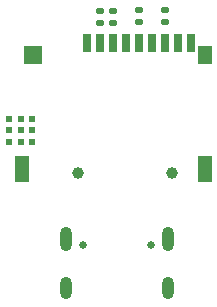
<source format=gbs>
%TF.GenerationSoftware,KiCad,Pcbnew,(6.0.9)*%
%TF.CreationDate,2022-11-23T18:12:37+08:00*%
%TF.ProjectId,UINIO-Cubic-Prism,55494e49-4f2d-4437-9562-69632d507269,UinIO.com*%
%TF.SameCoordinates,Original*%
%TF.FileFunction,Soldermask,Bot*%
%TF.FilePolarity,Negative*%
%FSLAX46Y46*%
G04 Gerber Fmt 4.6, Leading zero omitted, Abs format (unit mm)*
G04 Created by KiCad (PCBNEW (6.0.9)) date 2022-11-23 18:12:37*
%MOMM*%
%LPD*%
G01*
G04 APERTURE LIST*
G04 Aperture macros list*
%AMRoundRect*
0 Rectangle with rounded corners*
0 $1 Rounding radius*
0 $2 $3 $4 $5 $6 $7 $8 $9 X,Y pos of 4 corners*
0 Add a 4 corners polygon primitive as box body*
4,1,4,$2,$3,$4,$5,$6,$7,$8,$9,$2,$3,0*
0 Add four circle primitives for the rounded corners*
1,1,$1+$1,$2,$3*
1,1,$1+$1,$4,$5*
1,1,$1+$1,$6,$7*
1,1,$1+$1,$8,$9*
0 Add four rect primitives between the rounded corners*
20,1,$1+$1,$2,$3,$4,$5,0*
20,1,$1+$1,$4,$5,$6,$7,0*
20,1,$1+$1,$6,$7,$8,$9,0*
20,1,$1+$1,$8,$9,$2,$3,0*%
G04 Aperture macros list end*
%ADD10C,0.610000*%
%ADD11C,0.650000*%
%ADD12O,1.000000X2.100000*%
%ADD13O,1.000000X1.900000*%
%ADD14RoundRect,0.135000X-0.185000X0.135000X-0.185000X-0.135000X0.185000X-0.135000X0.185000X0.135000X0*%
%ADD15C,1.000000*%
%ADD16R,0.700000X1.600000*%
%ADD17R,1.200000X1.500000*%
%ADD18R,1.200000X2.200000*%
%ADD19R,1.600000X1.500000*%
G04 APERTURE END LIST*
D10*
%TO.C,U5*%
X139891519Y-104874261D03*
X140891519Y-104874261D03*
X141891519Y-104874261D03*
X141891519Y-103874261D03*
X139891519Y-103874261D03*
X140891519Y-102874261D03*
X141891519Y-102874261D03*
X140891519Y-103874261D03*
X139891519Y-102874261D03*
%TD*%
D11*
%TO.C,USB1*%
X146160000Y-113561000D03*
X151940000Y-113561000D03*
D12*
X144725000Y-113061000D03*
X153375000Y-113061000D03*
D13*
X144725000Y-117261000D03*
X153375000Y-117261000D03*
%TD*%
D14*
%TO.C,R1*%
X153120000Y-93690000D03*
X153120000Y-94710000D03*
%TD*%
%TO.C,R4*%
X147640000Y-93730000D03*
X147640000Y-94750000D03*
%TD*%
%TO.C,R3*%
X150920000Y-93690000D03*
X150920000Y-94710000D03*
%TD*%
%TO.C,R2*%
X148730000Y-93730000D03*
X148730000Y-94750000D03*
%TD*%
D15*
%TO.C,Card1*%
X153722519Y-107517215D03*
X145722519Y-107517215D03*
D16*
X146531519Y-96517215D03*
X147631519Y-96517215D03*
X148730519Y-96517215D03*
X149831519Y-96517215D03*
X150930519Y-96517215D03*
X152031519Y-96517215D03*
X153130519Y-96517215D03*
X154230519Y-96517215D03*
X155330519Y-96517215D03*
D17*
X156530519Y-97517215D03*
D18*
X156522519Y-107117215D03*
X141022519Y-107117215D03*
D19*
X141922519Y-97517215D03*
%TD*%
M02*

</source>
